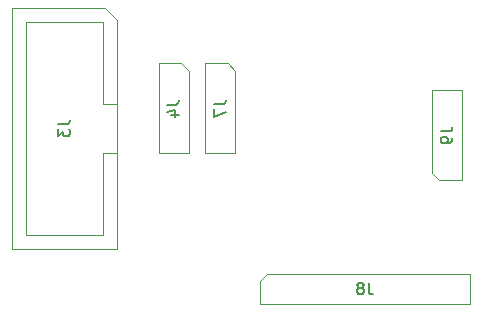
<source format=gbr>
%TF.GenerationSoftware,KiCad,Pcbnew,8.0.2*%
%TF.CreationDate,2025-07-17T16:33:11+07:00*%
%TF.ProjectId,PicoLink,5069636f-4c69-46e6-9b2e-6b696361645f,rev?*%
%TF.SameCoordinates,Original*%
%TF.FileFunction,AssemblyDrawing,Bot*%
%FSLAX46Y46*%
G04 Gerber Fmt 4.6, Leading zero omitted, Abs format (unit mm)*
G04 Created by KiCad (PCBNEW 8.0.2) date 2025-07-17 16:33:11*
%MOMM*%
%LPD*%
G01*
G04 APERTURE LIST*
%ADD10C,0.150000*%
%ADD11C,0.100000*%
G04 APERTURE END LIST*
D10*
X156383333Y-107054819D02*
X156383333Y-107769104D01*
X156383333Y-107769104D02*
X156430952Y-107911961D01*
X156430952Y-107911961D02*
X156526190Y-108007200D01*
X156526190Y-108007200D02*
X156669047Y-108054819D01*
X156669047Y-108054819D02*
X156764285Y-108054819D01*
X155764285Y-107483390D02*
X155859523Y-107435771D01*
X155859523Y-107435771D02*
X155907142Y-107388152D01*
X155907142Y-107388152D02*
X155954761Y-107292914D01*
X155954761Y-107292914D02*
X155954761Y-107245295D01*
X155954761Y-107245295D02*
X155907142Y-107150057D01*
X155907142Y-107150057D02*
X155859523Y-107102438D01*
X155859523Y-107102438D02*
X155764285Y-107054819D01*
X155764285Y-107054819D02*
X155573809Y-107054819D01*
X155573809Y-107054819D02*
X155478571Y-107102438D01*
X155478571Y-107102438D02*
X155430952Y-107150057D01*
X155430952Y-107150057D02*
X155383333Y-107245295D01*
X155383333Y-107245295D02*
X155383333Y-107292914D01*
X155383333Y-107292914D02*
X155430952Y-107388152D01*
X155430952Y-107388152D02*
X155478571Y-107435771D01*
X155478571Y-107435771D02*
X155573809Y-107483390D01*
X155573809Y-107483390D02*
X155764285Y-107483390D01*
X155764285Y-107483390D02*
X155859523Y-107531009D01*
X155859523Y-107531009D02*
X155907142Y-107578628D01*
X155907142Y-107578628D02*
X155954761Y-107673866D01*
X155954761Y-107673866D02*
X155954761Y-107864342D01*
X155954761Y-107864342D02*
X155907142Y-107959580D01*
X155907142Y-107959580D02*
X155859523Y-108007200D01*
X155859523Y-108007200D02*
X155764285Y-108054819D01*
X155764285Y-108054819D02*
X155573809Y-108054819D01*
X155573809Y-108054819D02*
X155478571Y-108007200D01*
X155478571Y-108007200D02*
X155430952Y-107959580D01*
X155430952Y-107959580D02*
X155383333Y-107864342D01*
X155383333Y-107864342D02*
X155383333Y-107673866D01*
X155383333Y-107673866D02*
X155430952Y-107578628D01*
X155430952Y-107578628D02*
X155478571Y-107531009D01*
X155478571Y-107531009D02*
X155573809Y-107483390D01*
X139304819Y-91981666D02*
X140019104Y-91981666D01*
X140019104Y-91981666D02*
X140161961Y-91934047D01*
X140161961Y-91934047D02*
X140257200Y-91838809D01*
X140257200Y-91838809D02*
X140304819Y-91695952D01*
X140304819Y-91695952D02*
X140304819Y-91600714D01*
X139638152Y-92886428D02*
X140304819Y-92886428D01*
X139257200Y-92648333D02*
X139971485Y-92410238D01*
X139971485Y-92410238D02*
X139971485Y-93029285D01*
X130084819Y-93666666D02*
X130799104Y-93666666D01*
X130799104Y-93666666D02*
X130941961Y-93619047D01*
X130941961Y-93619047D02*
X131037200Y-93523809D01*
X131037200Y-93523809D02*
X131084819Y-93380952D01*
X131084819Y-93380952D02*
X131084819Y-93285714D01*
X130084819Y-94047619D02*
X130084819Y-94666666D01*
X130084819Y-94666666D02*
X130465771Y-94333333D01*
X130465771Y-94333333D02*
X130465771Y-94476190D01*
X130465771Y-94476190D02*
X130513390Y-94571428D01*
X130513390Y-94571428D02*
X130561009Y-94619047D01*
X130561009Y-94619047D02*
X130656247Y-94666666D01*
X130656247Y-94666666D02*
X130894342Y-94666666D01*
X130894342Y-94666666D02*
X130989580Y-94619047D01*
X130989580Y-94619047D02*
X131037200Y-94571428D01*
X131037200Y-94571428D02*
X131084819Y-94476190D01*
X131084819Y-94476190D02*
X131084819Y-94190476D01*
X131084819Y-94190476D02*
X131037200Y-94095238D01*
X131037200Y-94095238D02*
X130989580Y-94047619D01*
X143254819Y-91966666D02*
X143969104Y-91966666D01*
X143969104Y-91966666D02*
X144111961Y-91919047D01*
X144111961Y-91919047D02*
X144207200Y-91823809D01*
X144207200Y-91823809D02*
X144254819Y-91680952D01*
X144254819Y-91680952D02*
X144254819Y-91585714D01*
X143254819Y-92347619D02*
X143254819Y-93014285D01*
X143254819Y-93014285D02*
X144254819Y-92585714D01*
X162454819Y-94266666D02*
X163169104Y-94266666D01*
X163169104Y-94266666D02*
X163311961Y-94219047D01*
X163311961Y-94219047D02*
X163407200Y-94123809D01*
X163407200Y-94123809D02*
X163454819Y-93980952D01*
X163454819Y-93980952D02*
X163454819Y-93885714D01*
X163454819Y-94790476D02*
X163454819Y-94980952D01*
X163454819Y-94980952D02*
X163407200Y-95076190D01*
X163407200Y-95076190D02*
X163359580Y-95123809D01*
X163359580Y-95123809D02*
X163216723Y-95219047D01*
X163216723Y-95219047D02*
X163026247Y-95266666D01*
X163026247Y-95266666D02*
X162645295Y-95266666D01*
X162645295Y-95266666D02*
X162550057Y-95219047D01*
X162550057Y-95219047D02*
X162502438Y-95171428D01*
X162502438Y-95171428D02*
X162454819Y-95076190D01*
X162454819Y-95076190D02*
X162454819Y-94885714D01*
X162454819Y-94885714D02*
X162502438Y-94790476D01*
X162502438Y-94790476D02*
X162550057Y-94742857D01*
X162550057Y-94742857D02*
X162645295Y-94695238D01*
X162645295Y-94695238D02*
X162883390Y-94695238D01*
X162883390Y-94695238D02*
X162978628Y-94742857D01*
X162978628Y-94742857D02*
X163026247Y-94790476D01*
X163026247Y-94790476D02*
X163073866Y-94885714D01*
X163073866Y-94885714D02*
X163073866Y-95076190D01*
X163073866Y-95076190D02*
X163026247Y-95171428D01*
X163026247Y-95171428D02*
X162978628Y-95219047D01*
X162978628Y-95219047D02*
X162883390Y-95266666D01*
D11*
%TO.C,J8*%
X147160000Y-106965000D02*
X147795000Y-106330000D01*
X147160000Y-108870000D02*
X147160000Y-106965000D01*
X147795000Y-106330000D02*
X164940000Y-106330000D01*
X164940000Y-106330000D02*
X164940000Y-108870000D01*
X164940000Y-108870000D02*
X147160000Y-108870000D01*
%TO.C,J4*%
X138580000Y-88505000D02*
X140485000Y-88505000D01*
X138580000Y-96125000D02*
X138580000Y-88505000D01*
X140485000Y-88505000D02*
X141120000Y-89140000D01*
X141120000Y-89140000D02*
X141120000Y-96125000D01*
X141120000Y-96125000D02*
X138580000Y-96125000D01*
%TO.C,J3*%
X126180000Y-83820000D02*
X134080000Y-83820000D01*
X126180000Y-104180000D02*
X126180000Y-83820000D01*
X127380000Y-85010000D02*
X133880000Y-85010000D01*
X127380000Y-102990000D02*
X127380000Y-85010000D01*
X133880000Y-85010000D02*
X133880000Y-91950000D01*
X133880000Y-91950000D02*
X135080000Y-91950000D01*
X133880000Y-96050000D02*
X133880000Y-96050000D01*
X133880000Y-96050000D02*
X133880000Y-102990000D01*
X133880000Y-102990000D02*
X127380000Y-102990000D01*
X134080000Y-83820000D02*
X135080000Y-84820000D01*
X135080000Y-84820000D02*
X135080000Y-104180000D01*
X135080000Y-96050000D02*
X133880000Y-96050000D01*
X135080000Y-104180000D02*
X126180000Y-104180000D01*
%TO.C,J7*%
X142530000Y-88490000D02*
X144435000Y-88490000D01*
X142530000Y-96110000D02*
X142530000Y-88490000D01*
X144435000Y-88490000D02*
X145070000Y-89125000D01*
X145070000Y-89125000D02*
X145070000Y-96110000D01*
X145070000Y-96110000D02*
X142530000Y-96110000D01*
%TO.C,J9*%
X161730003Y-90790002D02*
X164270002Y-90790003D01*
X161730003Y-97775002D02*
X161730003Y-90790002D01*
X162365002Y-98410003D02*
X161730003Y-97775002D01*
X164269999Y-98410001D02*
X162365002Y-98410003D01*
X164270002Y-90790003D02*
X164269999Y-98410001D01*
%TD*%
M02*

</source>
